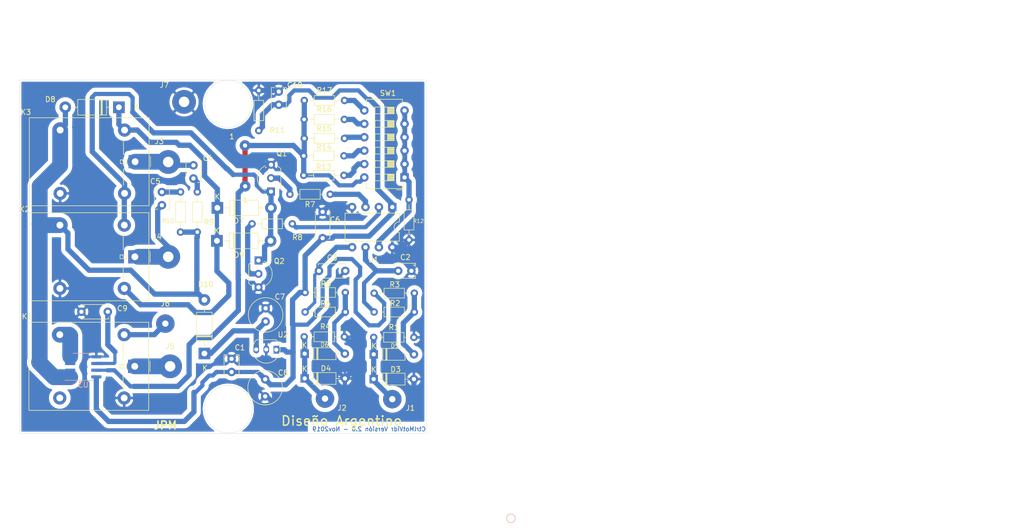
<source format=kicad_pcb>
(kicad_pcb (version 20171130) (host pcbnew 5.1.4-e60b266~84~ubuntu18.04.1)
  (title_block (title "DRIVER DE CONTROL DE MOTORES CON SENSOR DE CORRIENTE") (rev Ribelotta-Perren) (company "Ing Juan Pablo MENDITTO"))
  (layers (0 F.Cu signal) (31 B.Cu signal) (34 B.Paste user hide) (35 F.Paste user hide) (36 B.SilkS user hide) (37 F.SilkS user) (38 B.Mask user) (39 F.Mask user hide) (44 Edge.Cuts user))
  (net 0 "")
  (net 1 GND)
  (net 2 +5V)
  (net 3 "Net-(C2-Pad2)")
  (net 4 "Net-(C3-Pad1)")
  (net 5 "Net-(C4-Pad2)")
  (net 6 "Net-(C4-Pad1)")
  (net 7 "Net-(C5-Pad2)")
  (net 8 "Net-(C5-Pad1)")
  (net 9 +12V)
  (net 10 "Net-(C9-Pad1)")
  (net 11 "Net-(D3-Pad1)")
  (net 12 "Net-(D4-Pad1)")
  (net 13 "Net-(D5-Pad2)")
  (net 14 "Net-(D6-Pad2)")
  (net 15 "Net-(D7-Pad2)")
  (net 16 "Net-(J6-Pad1)")
  (net 17 "Net-(K1-Pad4)")
  (net 18 "Net-(Q1-Pad2)")
  (net 19 "Net-(Q2-Pad2)")
  (net 20 "/GP4(PIN2PIC)")
  (net 21 "/GP5(PIN3PIC)")
  (net 22 "/GPIO0(PIN7PIC)")
  (net 23 "Net-(R13-Pad1)")
  (net 24 "Net-(R13-Pad2)")
  (net 25 "Net-(R14-Pad2)")
  (net 26 "Net-(R15-Pad2)")
  (net 27 "Net-(R16-Pad2)")
  (net 28 "Net-(R17-Pad2)")
  (net 29 /Relay2y3_NA)
  (net 30 "Net-(D7-Pad1)")
  (net 31 "Net-(K1-Pad3)")
  (net 32 "Net-(C7-Pad1)")
  (module Relay_THT:Relay_SPDT_Omron-G5LE-1 (layer F.Cu) (at 85.75 72 270)
    (fp_text reference K2 (at -9 20.9 180) (layer F.SilkS))
    (fp_text value FRS10CS10-12V)
    (pad 5 thru_hole oval (at 6 2 270) (size 2.5 2.5) (drill 1.3) (layers *.Cu *.Mask) (net 30 "Net-(D7-Pad1)"))
    (pad 4 thru_hole oval (at 6 14.2 270) (size 2.5 2.5) (drill 1.3) (layers *.Cu *.Mask) (net 1 GND))
    (pad 3 thru_hole oval (at -6 14.2 270) (size 2.5 2.5) (drill 1.3) (layers *.Cu *.Mask) (net 29 /Relay2y3_NA))
    (pad 2 thru_hole oval (at -6 2 270) (size 2.5 2.5) (drill 1.3) (layers *.Cu *.Mask) (net 15 "Net-(D7-Pad2)"))
    (pad 1 thru_hole rect (at 0 0 270) (size 2.5 2.5) (drill 1.3) (layers *.Cu *.Mask) (net 8 "Net-(C5-Pad1)"))
  )
  (module Relay_THT:Relay_SPDT_Omron-G5LE-1 (layer F.Cu) (at 85.725 92.775 270)
    (fp_text reference K1 (at -9.45 20.4 180) (layer F.SilkS))
    (fp_text value "Switch de Encendido")
    (pad 5 thru_hole oval (at 6 2 270) (size 2.5 2.5) (drill 1.3) (layers *.Cu *.Mask) (net 1 GND))
    (pad 4 thru_hole oval (at 6 14.2 270) (size 2.5 2.5) (drill 1.3) (layers *.Cu *.Mask) (net 17 "Net-(K1-Pad4)"))
    (pad 3 thru_hole oval (at -6 14.2 270) (size 2.5 2.5) (drill 1.3) (layers *.Cu *.Mask) (net 31 "Net-(K1-Pad3)"))
    (pad 2 thru_hole oval (at -6 2 270) (size 2.5 2.5) (drill 1.3) (layers *.Cu *.Mask) (net 16 "Net-(J6-Pad1)"))
    (pad 1 thru_hole rect (at 0 0 270) (size 2.5 2.5) (drill 1.3) (layers *.Cu *.Mask) (net 9 +12V))
  )
  (module Relay_THT:Relay_SPDT_Omron-G5LE-1 (layer F.Cu) (at 85.8 53.975 270)
    (fp_text reference K3 (at -9.4 20.7 180) (layer F.SilkS))
    (fp_text value FRS10CS10-12V)
    (pad 5 thru_hole oval (at 6 2 270) (size 2.5 2.5) (drill 1.3) (layers *.Cu *.Mask) (net 15 "Net-(D7-Pad2)"))
    (pad 4 thru_hole oval (at 6 14.2 270) (size 2.5 2.5) (drill 1.3) (layers *.Cu *.Mask) (net 1 GND))
    (pad 3 thru_hole oval (at -6 14.2 270) (size 2.5 2.5) (drill 1.3) (layers *.Cu *.Mask) (net 29 /Relay2y3_NA))
    (pad 2 thru_hole oval (at -6 2 270) (size 2.5 2.5) (drill 1.3) (layers *.Cu *.Mask) (net 30 "Net-(D7-Pad1)"))
    (pad 1 thru_hole rect (at 0 0 270) (size 2.5 2.5) (drill 1.3) (layers *.Cu *.Mask) (net 5 "Net-(C4-Pad2)"))
  )
  (module Capacitor_THT:C_Disc_D5.0mm_W2.5mm_P5.00mm (layer F.Cu) (at 80.625 82.425 180)
    (fp_text reference C9 (at -2.75 0.625) (layer F.SilkS))
    (fp_text value 102)
    (pad 2 thru_hole circle (at 5 0 180) (size 1.6 1.6) (drill 0.8) (layers *.Cu *.Mask) (net 1 GND))
    (pad 1 thru_hole circle (at 0 0 180) (size 1.6 1.6) (drill 0.8) (layers *.Cu *.Mask) (net 10 "Net-(C9-Pad1)"))
  )
  (module Capacitor_THT:C_Disc_D5.0mm_W2.5mm_P5.00mm (layer F.Cu) (at 121.325 68.475 90)
    (fp_text reference C6 (at 3.5 2.35 180) (layer F.SilkS))
    (fp_text value 104)
    (pad 2 thru_hole circle (at 5 0 90) (size 1.6 1.6) (drill 0.8) (layers *.Cu *.Mask) (net 1 GND))
    (pad 1 thru_hole circle (at 0 0 90) (size 1.6 1.6) (drill 0.8) (layers *.Cu *.Mask) (net 2 +5V))
  )
  (module Capacitor_THT:C_Disc_D5.0mm_W2.5mm_P5.00mm (layer F.Cu) (at 120.625 74.675)
    (fp_text reference C3 (at 2.5 -2.5) (layer F.SilkS))
    (fp_text value 104)
    (pad 2 thru_hole circle (at 5 0) (size 1.6 1.6) (drill 0.8) (layers *.Cu *.Mask) (net 1 GND))
    (pad 1 thru_hole circle (at 0 0) (size 1.6 1.6) (drill 0.8) (layers *.Cu *.Mask) (net 4 "Net-(C3-Pad1)"))
  )
  (module Capacitor_THT:C_Radial_D6.3mm_H11.0mm_P2.50mm (layer F.Cu) (at 110.425 95.575 270)
    (fp_text reference C8 (at -1.575 -3.425 180) (layer F.SilkS))
    (fp_text value 100uF)
    (pad 1 thru_hole circle (at -0.3429 -0.0127 270) (size 1.6 1.6) (drill 0.8) (layers *.Cu *.Mask) (net 2 +5V))
    (pad 2 thru_hole circle (at 2.8956 -0.0127 270) (size 1.6 1.6) (drill 0.8) (layers *.Cu *.Mask) (net 1 GND))
  )
  (module Package_SO:SOIC-8_3.9x4.9mm_P1.27mm (layer B.Cu) (at 75.975 92.875)
    (fp_text reference U3 (at 0 3.4 180) (layer B.SilkS) (effects (justify mirror)))
    (fp_text value ACS714T-30A)
    (pad 1 smd roundrect (at -2.475 1.905) (size 1.95 0.6) (layers B.Cu B.Paste B.Mask) (net 29 /Relay2y3_NA))
    (pad 2 smd roundrect (at -2.475 0.635) (size 1.95 0.6) (layers B.Cu B.Paste B.Mask) (net 29 /Relay2y3_NA) (clearance 0.43))
    (pad 3 smd roundrect (at -2.475 -0.635) (size 1.95 0.6) (layers B.Cu B.Paste B.Mask) (net 31 "Net-(K1-Pad3)") (clearance 0.4))
    (pad 4 smd roundrect (at -2.475 -1.905) (size 1.95 0.6) (layers B.Cu B.Paste B.Mask) (net 31 "Net-(K1-Pad3)"))
    (pad 5 smd roundrect (at 2.475 -1.905) (size 1.95 0.6) (layers B.Cu B.Paste B.Mask) (net 1 GND) (clearance 0.2))
    (pad 6 smd roundrect (at 2.475 -0.635) (size 1.95 0.6) (layers B.Cu B.Paste B.Mask) (net 10 "Net-(C9-Pad1)") (clearance 0.3))
    (pad 7 smd roundrect (at 2.475 0.635) (size 1.95 0.6) (layers B.Cu B.Paste B.Mask) (net 23 "Net-(R13-Pad1)") (clearance 0.3))
    (pad 8 smd roundrect (at 2.475 1.905) (size 1.95 0.6) (layers B.Cu B.Paste B.Mask) (net 2 +5V) (clearance 0.3))
  )
  (module Package_TO_SOT_THT:TO-92_Inline (layer F.Cu) (at 111.925 89.575 180)
    (fp_text reference U2 (at -1.9 2.8 180) (layer F.SilkS))
    (fp_text value L78L05_TO92)
    (pad 2 thru_hole oval (at 1.27 0 180) (size 1.05 1.5) (drill 0.75) (layers *.Cu *.Mask) (net 1 GND) (clearance 0.25))
    (pad 3 thru_hole oval (at 3.175 0 180) (size 1.05 1.5) (drill 0.75) (layers *.Cu *.Mask) (net 32 "Net-(C7-Pad1)") (clearance 0.25))
    (pad 1 thru_hole rect (at -0.6223 -0.0508 180) (size 1.05 1.5) (drill 0.75) (layers *.Cu *.Mask) (net 2 +5V) (clearance 0.25))
  )
  (module Connector_Wire:SolderWirePad_1x01_Drill0.8mm (layer F.Cu) (at 106.625 50.9)
    (fp_text reference 1 (at -2.5 -1.7) (layer F.SilkS))
    (fp_text value SolderWirePad_1x01_Drill0.8mm)
    (pad 2 thru_hole circle (at 0 0) (size 1.99898 1.99898) (drill 0.8001) (layers *.Cu *.Mask) (net 23 "Net-(R13-Pad1)"))
  )
  (module Connector_Wire:SolderWirePad_1x01_Drill0.8mm (layer F.Cu) (at 106.65 58.625)
    (fp_text reference 1 (at 0.025 2.625) (layer F.SilkS))
    (fp_text value SolderWirePad_1x01_Drill0.8mm)
    (pad 1 thru_hole circle (at 0 0) (size 1.99898 1.99898) (drill 0.8001) (layers *.Cu *.Mask) (net 23 "Net-(R13-Pad1)"))
  )
  (module Diode_THT:D_DO-41_SOD81_P10.16mm_Horizontal (layer F.Cu) (at 101.375 62.725)
    (fp_text reference D7 (at 4.075 2.45) (layer F.SilkS))
    (fp_text value 1N4004)
    (fp_text user K (at 0 -2.1) (layer F.SilkS))
    (pad 1 thru_hole rect (at 0 0) (size 2.2 2.2) (drill 1.1) (layers *.Cu *.Mask) (net 30 "Net-(D7-Pad1)"))
    (pad 2 thru_hole oval (at 10.16 0) (size 2.2 2.2) (drill 1.1) (layers *.Cu *.Mask) (net 15 "Net-(D7-Pad2)"))
  )
  (module Capacitor_THT:C_Disc_D3.8mm_W2.6mm_P2.50mm (layer F.Cu) (at 104.075 93.85 90)
    (fp_text reference C1 (at 4.625 1.575 180) (layer F.SilkS))
    (fp_text value 104)
    (pad 2 thru_hole circle (at 2.5 0 90) (size 1.6 1.6) (drill 0.8) (layers *.Cu *.Mask) (net 1 GND))
    (pad 1 thru_hole circle (at 0 0 90) (size 1.6 1.6) (drill 0.8) (layers *.Cu *.Mask) (net 2 +5V))
  )
  (module Capacitor_THT:C_Disc_D3.8mm_W2.6mm_P2.50mm (layer F.Cu) (at 138.145 74.665 180)
    (fp_text reference C2 (at 1.145 2.565) (layer F.SilkS))
    (fp_text value 104)
    (pad 1 thru_hole circle (at 0 0 180) (size 1.6 1.6) (drill 0.8) (layers *.Cu *.Mask) (net 1 GND))
    (pad 2 thru_hole circle (at 2.5 0 180) (size 1.6 1.6) (drill 0.8) (layers *.Cu *.Mask) (net 3 "Net-(C2-Pad2)"))
  )
  (module Capacitor_THT:C_Disc_D3.8mm_W2.6mm_P2.50mm (layer F.Cu) (at 96.85 57.15 90)
    (fp_text reference C4 (at 3.85 2.775 180) (layer F.SilkS))
    (fp_text value 104)
    (pad 2 thru_hole circle (at 2.5 0 90) (size 1.6 1.6) (drill 0.8) (layers *.Cu *.Mask) (net 5 "Net-(C4-Pad2)"))
    (pad 1 thru_hole circle (at 0 0 90) (size 1.6 1.6) (drill 0.8) (layers *.Cu *.Mask) (net 6 "Net-(C4-Pad1)"))
  )
  (module Capacitor_THT:C_Disc_D3.8mm_W2.6mm_P2.50mm (layer F.Cu) (at 90.875 62.225 90)
    (fp_text reference C5 (at 4.525 -1.25 180) (layer F.SilkS))
    (fp_text value 104)
    (pad 2 thru_hole circle (at 2.5 0 90) (size 1.6 1.6) (drill 0.8) (layers *.Cu *.Mask) (net 7 "Net-(C5-Pad2)"))
    (pad 1 thru_hole circle (at 0 0 90) (size 1.6 1.6) (drill 0.8) (layers *.Cu *.Mask) (net 8 "Net-(C5-Pad1)"))
  )
  (module Capacitor_THT:C_Radial_D6.3mm_H11.0mm_P2.50mm (layer F.Cu) (at 110.525 84.275 90)
    (fp_text reference C7 (at 4.7 2.7 180) (layer F.SilkS))
    (fp_text value 220uF)
    (pad 2 thru_hole circle (at 2.5 0 90) (size 1.6 1.6) (drill 0.8) (layers *.Cu *.Mask) (net 1 GND))
    (pad 1 thru_hole circle (at 0 0 90) (size 1.6 1.6) (drill 0.8) (layers *.Cu *.Mask) (net 32 "Net-(C7-Pad1)"))
  )
  (module Capacitor_THT:C_Disc_D3.8mm_W2.6mm_P2.50mm (layer F.Cu) (at 113.025 43.175 90)
    (fp_text reference C10 (at 3.75 3.025 180) (layer F.SilkS))
    (fp_text value 102)
    (pad 1 thru_hole circle (at 0 0 90) (size 1.6 1.6) (drill 0.8) (layers *.Cu *.Mask) (net 2 +5V))
    (pad 2 thru_hole circle (at 2.5 0 90) (size 1.6 1.6) (drill 0.8) (layers *.Cu *.Mask) (net 1 GND))
  )
  (module Diode_THT:D_DO-35_SOD27_P7.62mm_Horizontal (layer F.Cu) (at 131 95.2)
    (fp_text reference D3 (at 4.15 -1.85) (layer F.SilkS))
    (fp_text value 1N4148)
    (fp_text user K (at 0 -1.8) (layer F.SilkS))
    (pad 1 thru_hole rect (at 0 0) (size 1.6 1.6) (drill 0.8) (layers *.Cu *.Mask) (net 11 "Net-(D3-Pad1)"))
    (pad 2 thru_hole oval (at 7.62 0) (size 1.6 1.6) (drill 0.8) (layers *.Cu *.Mask) (net 1 GND))
  )
  (module Diode_THT:D_DO-35_SOD27_P7.62mm_Horizontal (layer F.Cu) (at 117.925 95.075)
    (fp_text reference D4 (at 4.025 -1.9) (layer F.SilkS))
    (fp_text value 1N4148)
    (fp_text user K (at 0 -1.8) (layer F.SilkS))
    (pad 2 thru_hole oval (at 7.62 0) (size 1.6 1.6) (drill 0.8) (layers *.Cu *.Mask) (net 1 GND))
    (pad 1 thru_hole rect (at 0 0) (size 1.6 1.6) (drill 0.8) (layers *.Cu *.Mask) (net 12 "Net-(D4-Pad1)"))
  )
  (module Diode_THT:D_DO-35_SOD27_P7.62mm_Horizontal (layer F.Cu) (at 131 90.5)
    (fp_text reference D5 (at 4 -1.625) (layer F.SilkS) (effects (font (size 0.8 0.8) (thickness 0.11))))
    (fp_text value 1N4148)
    (fp_text user K (at 0.05 -1.575) (layer F.SilkS))
    (pad 1 thru_hole rect (at 0 0) (size 1.6 1.6) (drill 0.8) (layers *.Cu *.Mask) (net 11 "Net-(D3-Pad1)"))
    (pad 2 thru_hole oval (at 7.62 0) (size 1.6 1.6) (drill 0.8) (layers *.Cu *.Mask) (net 13 "Net-(D5-Pad2)"))
  )
  (module Diode_THT:D_DO-35_SOD27_P7.62mm_Horizontal (layer F.Cu) (at 117.925 90.375)
    (fp_text reference D6 (at 3.775 -1.7) (layer F.SilkS) (effects (font (size 0.8 0.8) (thickness 0.11))))
    (fp_text value 1N4148)
    (fp_text user K (at -0.05 -1.575) (layer F.SilkS))
    (pad 2 thru_hole oval (at 7.62 0) (size 1.6 1.6) (drill 0.8) (layers *.Cu *.Mask) (net 14 "Net-(D6-Pad2)"))
    (pad 1 thru_hole rect (at 0 0) (size 1.6 1.6) (drill 0.8) (layers *.Cu *.Mask) (net 12 "Net-(D4-Pad1)"))
  )
  (module Diode_THT:D_DO-41_SOD81_P10.16mm_Horizontal (layer F.Cu) (at 82.725 43.65 180)
    (fp_text reference D8 (at 13 1.5) (layer F.SilkS))
    (fp_text value 1N4004)
    (fp_text user K (at -3.3 0) (layer F.SilkS))
    (pad 2 thru_hole oval (at 10.16 0 180) (size 2.2 2.2) (drill 1.1) (layers *.Cu *.Mask) (net 29 /Relay2y3_NA))
    (pad 1 thru_hole rect (at 0 0 180) (size 2.2 2.2) (drill 1.1) (layers *.Cu *.Mask) (net 30 "Net-(D7-Pad1)"))
  )
  (module Diode_THT:D_DO-41_SOD81_P10.16mm_Horizontal (layer F.Cu) (at 101.3 68.975)
    (fp_text reference D9 (at 4.2 2.675) (layer F.SilkS))
    (fp_text value 1N4004)
    (fp_text user K (at 0.005 -1.91) (layer F.SilkS))
    (pad 1 thru_hole rect (at 0 0) (size 2.2 2.2) (drill 1.1) (layers *.Cu *.Mask) (net 30 "Net-(D7-Pad1)"))
    (pad 2 thru_hole oval (at 10.16 0) (size 2.2 2.2) (drill 1.1) (layers *.Cu *.Mask) (net 15 "Net-(D7-Pad2)"))
  )
  (module Diode_THT:D_DO-41_SOD81_P10.16mm_Horizontal (layer F.Cu) (at 98.925 90.335 90)
    (fp_text reference D10 (at 13.11 0.25 180) (layer F.SilkS))
    (fp_text value 1N4004)
    (fp_text user K (at -2.8 0.125 180) (layer F.SilkS))
    (pad 2 thru_hole oval (at 10.16 0 90) (size 2.2 2.2) (drill 1.1) (layers *.Cu *.Mask) (net 29 /Relay2y3_NA))
    (pad 1 thru_hole rect (at 0 0 90) (size 2.2 2.2) (drill 1.1) (layers *.Cu *.Mask) (net 32 "Net-(C7-Pad1)"))
  )
  (module Connector_Wire:SolderWirePad_1x01_Drill1.2mm (layer F.Cu) (at 134.525 99)
    (fp_text reference J1 (at 3.425 1.675) (layer F.SilkS))
    (fp_text value PULS1)
    (pad 1 thru_hole circle (at 0 0) (size 3.50012 3.50012) (drill 1.19888) (layers *.Cu *.Mask) (net 11 "Net-(D3-Pad1)"))
  )
  (module Connector_Wire:SolderWirePad_1x01_Drill1.2mm (layer F.Cu) (at 121.775 98.9)
    (fp_text reference J2 (at 3.225 1.775) (layer F.SilkS))
    (fp_text value PULS2)
    (pad 1 thru_hole circle (at 0 0) (size 3.50012 3.50012) (drill 1.19888) (layers *.Cu *.Mask) (net 12 "Net-(D4-Pad1)"))
  )
  (module Connector_Wire:SolderWirePad_1x01_Drill2mm (layer F.Cu) (at 92.075 54.025)
    (fp_text reference J3 (at -1.7 -3.925) (layer F.SilkS))
    (fp_text value MotorT2)
    (pad 1 thru_hole circle (at 0 0) (size 4.50088 4.50088) (drill 1.99898) (layers *.Cu *.Mask) (net 5 "Net-(C4-Pad2)"))
  )
  (module Connector_Wire:SolderWirePad_1x01_Drill2mm (layer F.Cu) (at 92.075 72)
    (fp_text reference J4 (at -2.1 -3.8) (layer F.SilkS))
    (fp_text value MotorT1)
    (pad 1 thru_hole circle (at 0 0) (size 4.50088 4.50088) (drill 1.99898) (layers *.Cu *.Mask) (net 8 "Net-(C5-Pad1)"))
  )
  (module Connector_Wire:SolderWirePad_1x01_Drill2mm (layer F.Cu) (at 92.425 92.775)
    (fp_text reference J5 (at 0 -3.81) (layer F.SilkS))
    (fp_text value VIn+12)
    (pad 1 thru_hole circle (at 0 0) (size 4.50088 4.50088) (drill 1.99898) (layers *.Cu *.Mask) (net 9 +12V))
  )
  (module Connector_Wire:SolderWirePad_1x01_Drill1.2mm (layer F.Cu) (at 91.525 84.675)
    (fp_text reference J6 (at 0 -3.81) (layer F.SilkS))
    (fp_text value "Contac12V ")
    (pad 1 thru_hole circle (at 0 0) (size 3.50012 3.50012) (drill 1.19888) (layers *.Cu *.Mask) (net 16 "Net-(J6-Pad1)"))
  )
  (module Connector_Wire:SolderWirePad_1x01_Drill2mm (layer F.Cu) (at 95.075 42.625)
    (fp_text reference J7 (at -3.75 -3.2) (layer F.SilkS))
    (fp_text value GND)
    (pad 1 thru_hole circle (at 0 0) (size 4.50088 4.50088) (drill 1.99898) (layers *.Cu *.Mask) (net 1 GND))
  )
  (module Package_TO_SOT_THT:TO-92_Inline_Wide (layer F.Cu) (at 111.55 59.625 90)
    (fp_text reference Q1 (at 7.2 2.025 180) (layer F.SilkS))
    (fp_text value BC337)
    (pad 1 thru_hole rect (at 0 0 180) (size 1.5 1.5) (drill 0.8) (layers *.Cu *.Mask) (net 15 "Net-(D7-Pad2)"))
    (pad 3 thru_hole circle (at 5.08 0 180) (size 1.5 1.5) (drill 0.8) (layers *.Cu *.Mask) (net 1 GND))
    (pad 2 thru_hole circle (at 2.54 0 180) (size 1.5 1.5) (drill 0.8) (layers *.Cu *.Mask) (net 18 "Net-(Q1-Pad2)"))
  )
  (module Package_TO_SOT_THT:TO-92_Inline_Wide (layer F.Cu) (at 109.175 72.7 270)
    (fp_text reference Q2 (at 0.125 -3.925 180) (layer F.SilkS))
    (fp_text value BC337)
    (pad 2 thru_hole circle (at 2.54 0) (size 1.5 1.5) (drill 0.8) (layers *.Cu *.Mask) (net 19 "Net-(Q2-Pad2)"))
    (pad 3 thru_hole circle (at 5.08 0) (size 1.5 1.5) (drill 0.8) (layers *.Cu *.Mask) (net 1 GND))
    (pad 1 thru_hole rect (at 0 0) (size 1.5 1.5) (drill 0.8) (layers *.Cu *.Mask) (net 15 "Net-(D7-Pad2)"))
  )
  (module Resistor_THT:R_Axial_DIN0204_L3.6mm_D1.6mm_P7.62mm_Horizontal (layer F.Cu) (at 131 87.275)
    (fp_text reference R1 (at 3.81 -1.92) (layer F.SilkS))
    (fp_text value 100K)
    (pad 1 thru_hole circle (at 0 0) (size 1.4 1.4) (drill 0.7) (layers *.Cu *.Mask) (net 11 "Net-(D3-Pad1)"))
    (pad 2 thru_hole oval (at 7.62 0) (size 1.4 1.4) (drill 0.7) (layers *.Cu *.Mask) (net 1 GND))
  )
  (module Resistor_THT:R_Axial_DIN0204_L3.6mm_D1.6mm_P7.62mm_Horizontal (layer F.Cu) (at 138.7 82.475 180)
    (fp_text reference R2 (at 3.65 1.675) (layer F.SilkS))
    (fp_text value 100K)
    (pad 2 thru_hole oval (at 7.62 0 180) (size 1.4 1.4) (drill 0.7) (layers *.Cu *.Mask) (net 3 "Net-(C2-Pad2)"))
    (pad 1 thru_hole circle (at 0 0 180) (size 1.4 1.4) (drill 0.7) (layers *.Cu *.Mask) (net 13 "Net-(D5-Pad2)"))
  )
  (module Resistor_THT:R_Axial_DIN0204_L3.6mm_D1.6mm_P7.62mm_Horizontal (layer F.Cu) (at 138.7 78.9 180)
    (fp_text reference R3 (at 3.725 1.625) (layer F.SilkS))
    (fp_text value 10K)
    (pad 1 thru_hole circle (at 0 0 180) (size 1.4 1.4) (drill 0.7) (layers *.Cu *.Mask) (net 13 "Net-(D5-Pad2)"))
    (pad 2 thru_hole oval (at 7.62 0 180) (size 1.4 1.4) (drill 0.7) (layers *.Cu *.Mask) (net 2 +5V))
  )
  (module Resistor_THT:R_Axial_DIN0204_L3.6mm_D1.6mm_P7.62mm_Horizontal (layer F.Cu) (at 117.825 87.175)
    (fp_text reference R4 (at 4 -1.925) (layer F.SilkS))
    (fp_text value 100K)
    (pad 1 thru_hole circle (at 0 0) (size 1.4 1.4) (drill 0.7) (layers *.Cu *.Mask) (net 12 "Net-(D4-Pad1)"))
    (pad 2 thru_hole oval (at 7.62 0) (size 1.4 1.4) (drill 0.7) (layers *.Cu *.Mask) (net 1 GND))
  )
  (module Resistor_THT:R_Axial_DIN0204_L3.6mm_D1.6mm_P7.62mm_Horizontal (layer F.Cu) (at 125.625 78.775 180)
    (fp_text reference R5 (at 3.675 1.65) (layer F.SilkS))
    (fp_text value 10K)
    (pad 2 thru_hole oval (at 7.62 0 180) (size 1.4 1.4) (drill 0.7) (layers *.Cu *.Mask) (net 2 +5V))
    (pad 1 thru_hole circle (at 0 0 180) (size 1.4 1.4) (drill 0.7) (layers *.Cu *.Mask) (net 14 "Net-(D6-Pad2)"))
  )
  (module Resistor_THT:R_Axial_DIN0204_L3.6mm_D1.6mm_P7.62mm_Horizontal (layer F.Cu) (at 125.625 82.475 180)
    (fp_text reference R6 (at 3.725 1.6) (layer F.SilkS))
    (fp_text value 100K)
    (pad 2 thru_hole oval (at 7.62 0 180) (size 1.4 1.4) (drill 0.7) (layers *.Cu *.Mask) (net 4 "Net-(C3-Pad1)"))
    (pad 1 thru_hole circle (at 0 0 180) (size 1.4 1.4) (drill 0.7) (layers *.Cu *.Mask) (net 14 "Net-(D6-Pad2)"))
  )
  (module Resistor_THT:R_Axial_DIN0204_L3.6mm_D1.6mm_P7.62mm_Horizontal (layer F.Cu) (at 122.75 60.15 180)
    (fp_text reference R7 (at 3.81 -1.92) (layer F.SilkS))
    (fp_text value 5.6k)
    (pad 2 thru_hole oval (at 7.62 0 180) (size 1.4 1.4) (drill 0.7) (layers *.Cu *.Mask) (net 18 "Net-(Q1-Pad2)"))
    (pad 1 thru_hole circle (at 0 0 180) (size 1.4 1.4) (drill 0.7) (layers *.Cu *.Mask) (net 20 "/GP4(PIN2PIC)"))
  )
  (module Resistor_THT:R_Axial_DIN0204_L3.6mm_D1.6mm_P7.62mm_Horizontal (layer F.Cu) (at 115.575 65.75 180)
    (fp_text reference R8 (at -0.975 -2.575) (layer F.SilkS))
    (fp_text value 5.6k)
    (pad 2 thru_hole oval (at 7.62 0 180) (size 1.4 1.4) (drill 0.7) (layers *.Cu *.Mask) (net 19 "Net-(Q2-Pad2)"))
    (pad 1 thru_hole circle (at 0 0 180) (size 1.4 1.4) (drill 0.7) (layers *.Cu *.Mask) (net 21 "/GP5(PIN3PIC)"))
  )
  (module Resistor_THT:R_Axial_DIN0204_L3.6mm_D1.6mm_P7.62mm_Horizontal (layer F.Cu) (at 97.575 59.7 270)
    (fp_text reference R9 (at 5.725 -2.225 180) (layer F.SilkS))
    (fp_text value 100)
    (pad 1 thru_hole circle (at 0 0 270) (size 1.4 1.4) (drill 0.7) (layers *.Cu *.Mask) (net 6 "Net-(C4-Pad1)"))
    (pad 2 thru_hole oval (at 7.62 0 270) (size 1.4 1.4) (drill 0.7) (layers *.Cu *.Mask) (net 29 /Relay2y3_NA))
  )
  (module Resistor_THT:R_Axial_DIN0204_L3.6mm_D1.6mm_P7.62mm_Horizontal (layer F.Cu) (at 94.4 59.7 270)
    (fp_text reference R10 (at 5.5 2.35 180) (layer F.SilkS) (effects (font (size 0.8 0.8) (thickness 0.11))))
    (fp_text value 100)
    (pad 1 thru_hole circle (at 0 0 270) (size 1.4 1.4) (drill 0.7) (layers *.Cu *.Mask) (net 7 "Net-(C5-Pad2)"))
    (pad 2 thru_hole oval (at 7.62 0 270) (size 1.4 1.4) (drill 0.7) (layers *.Cu *.Mask) (net 29 /Relay2y3_NA))
  )
  (module Resistor_THT:R_Axial_DIN0204_L3.6mm_D1.6mm_P7.62mm_Horizontal (layer F.Cu) (at 109.225 48.075 90)
    (fp_text reference R11 (at 0.075 3.525 180) (layer F.SilkS))
    (fp_text value 10K)
    (pad 1 thru_hole circle (at 0 0 90) (size 1.4 1.4) (drill 0.7) (layers *.Cu *.Mask) (net 2 +5V))
    (pad 2 thru_hole oval (at 7.62 0 90) (size 1.4 1.4) (drill 0.7) (layers *.Cu *.Mask) (net 1 GND))
  )
  (module Resistor_THT:R_Axial_DIN0204_L3.6mm_D1.6mm_P7.62mm_Horizontal (layer F.Cu) (at 137.695 61.185 270)
    (fp_text reference R12 (at 4.04 -1.78 180) (layer F.SilkS) (effects (font (size 0.7 0.7) (thickness 0.1))))
    (fp_text value 10k)
    (pad 2 thru_hole oval (at 7.62 0 270) (size 1.4 1.4) (drill 0.7) (layers *.Cu *.Mask) (net 1 GND))
    (pad 1 thru_hole circle (at 0 0 270) (size 1.4 1.4) (drill 0.7) (layers *.Cu *.Mask) (net 22 "/GPIO0(PIN7PIC)"))
  )
  (module Resistor_THT:R_Axial_DIN0204_L3.6mm_D1.6mm_P7.62mm_Horizontal (layer F.Cu) (at 117.745 56.555)
    (fp_text reference R13 (at 3.78 -1.605) (layer F.SilkS))
    (fp_text value 3.3k)
    (pad 1 thru_hole circle (at 0 0) (size 1.4 1.4) (drill 0.7) (layers *.Cu *.Mask) (net 23 "Net-(R13-Pad1)"))
    (pad 2 thru_hole oval (at 7.62 0) (size 1.4 1.4) (drill 0.7) (layers *.Cu *.Mask) (net 24 "Net-(R13-Pad2)"))
  )
  (module Resistor_THT:R_Axial_DIN0204_L3.6mm_D1.6mm_P7.62mm_Horizontal (layer F.Cu) (at 117.745 52.855)
    (fp_text reference R14 (at 3.855 -1.655) (layer F.SilkS))
    (fp_text value 3.9k)
    (pad 2 thru_hole oval (at 7.62 0) (size 1.4 1.4) (drill 0.7) (layers *.Cu *.Mask) (net 25 "Net-(R14-Pad2)"))
    (pad 1 thru_hole circle (at 0 0) (size 1.4 1.4) (drill 0.7) (layers *.Cu *.Mask) (net 23 "Net-(R13-Pad1)"))
  )
  (module Resistor_THT:R_Axial_DIN0204_L3.6mm_D1.6mm_P7.62mm_Horizontal (layer F.Cu) (at 117.845 49.555)
    (fp_text reference R15 (at 3.755 -1.855) (layer F.SilkS))
    (fp_text value 4.7k)
    (pad 1 thru_hole circle (at 0 0) (size 1.4 1.4) (drill 0.7) (layers *.Cu *.Mask) (net 23 "Net-(R13-Pad1)"))
    (pad 2 thru_hole oval (at 7.62 0) (size 1.4 1.4) (drill 0.7) (layers *.Cu *.Mask) (net 26 "Net-(R15-Pad2)"))
  )
  (module Resistor_THT:R_Axial_DIN0204_L3.6mm_D1.6mm_P7.62mm_Horizontal (layer F.Cu) (at 117.815 45.955)
    (fp_text reference R16 (at 3.81 -1.92) (layer F.SilkS))
    (fp_text value 5.6k)
    (pad 2 thru_hole oval (at 7.62 0) (size 1.4 1.4) (drill 0.7) (layers *.Cu *.Mask) (net 27 "Net-(R16-Pad2)"))
    (pad 1 thru_hole circle (at 0 0) (size 1.4 1.4) (drill 0.7) (layers *.Cu *.Mask) (net 23 "Net-(R13-Pad1)"))
  )
  (module Resistor_THT:R_Axial_DIN0204_L3.6mm_D1.6mm_P7.62mm_Horizontal (layer F.Cu) (at 117.855 42.355)
    (fp_text reference R17 (at 3.81 -1.92) (layer F.SilkS))
    (fp_text value 9.2k)
    (pad 1 thru_hole circle (at 0 0) (size 1.4 1.4) (drill 0.7) (layers *.Cu *.Mask) (net 23 "Net-(R13-Pad1)"))
    (pad 2 thru_hole oval (at 7.62 0) (size 1.4 1.4) (drill 0.7) (layers *.Cu *.Mask) (net 28 "Net-(R17-Pad2)"))
  )
  (module Button_Switch_THT:SW_DIP_SPSTx06_Slide_6.7x16.8mm_W7.62mm_P2.54mm_LowProfile (layer F.Cu) (at 136.845 56.955 180)
    (fp_text reference SW1 (at 3.145 15.98) (layer F.SilkS))
    (fp_text value SW_DIP_x06)
    (pad 1 thru_hole rect (at 0 0 180) (size 1.6 1.6) (drill 0.8) (layers *.Cu *.Mask) (net 22 "/GPIO0(PIN7PIC)"))
    (pad 7 thru_hole oval (at 7.62 12.7 180) (size 1.6 1.6) (drill 0.8) (layers *.Cu *.Mask) (net 28 "Net-(R17-Pad2)"))
    (pad 2 thru_hole oval (at 0 2.54 180) (size 1.6 1.6) (drill 0.8) (layers *.Cu *.Mask) (net 22 "/GPIO0(PIN7PIC)"))
    (pad 8 thru_hole oval (at 7.62 10.16 180) (size 1.6 1.6) (drill 0.8) (layers *.Cu *.Mask) (net 27 "Net-(R16-Pad2)"))
    (pad 3 thru_hole oval (at 0 5.08 180) (size 1.6 1.6) (drill 0.8) (layers *.Cu *.Mask) (net 22 "/GPIO0(PIN7PIC)"))
    (pad 9 thru_hole oval (at 7.62 7.62 180) (size 1.6 1.6) (drill 0.8) (layers *.Cu *.Mask) (net 26 "Net-(R15-Pad2)"))
    (pad 4 thru_hole oval (at 0 7.62 180) (size 1.6 1.6) (drill 0.8) (layers *.Cu *.Mask) (net 22 "/GPIO0(PIN7PIC)"))
    (pad 10 thru_hole oval (at 7.62 5.08 180) (size 1.6 1.6) (drill 0.8) (layers *.Cu *.Mask) (net 25 "Net-(R14-Pad2)"))
    (pad 5 thru_hole oval (at 0 10.16 180) (size 1.6 1.6) (drill 0.8) (layers *.Cu *.Mask) (net 22 "/GPIO0(PIN7PIC)"))
    (pad 11 thru_hole oval (at 7.62 2.54 180) (size 1.6 1.6) (drill 0.8) (layers *.Cu *.Mask) (net 24 "Net-(R13-Pad2)"))
    (pad 6 thru_hole oval (at 0 12.7 180) (size 1.6 1.6) (drill 0.8) (layers *.Cu *.Mask) (net 22 "/GPIO0(PIN7PIC)"))
    (pad 12 thru_hole oval (at 7.62 0 180) (size 1.6 1.6) (drill 0.8) (layers *.Cu *.Mask) (net 23 "Net-(R13-Pad1)"))
  )
  (module Package_DIP:DIP-8_W7.62mm (layer F.Cu) (at 134.525 62.575 270)
    (fp_text reference U1 (at 9.975 3.575 180) (layer F.SilkS))
    (fp_text value PIC12F675-IP)
    (pad 1 thru_hole rect (at 0 0 270) (size 1.6 1.6) (drill 0.8) (layers *.Cu *.Mask) (net 2 +5V))
    (pad 5 thru_hole oval (at 7.62 7.62 270) (size 1.6 1.6) (drill 0.8) (layers *.Cu *.Mask) (net 4 "Net-(C3-Pad1)"))
    (pad 2 thru_hole oval (at 0 2.54 270) (size 1.6 1.6) (drill 0.8) (layers *.Cu *.Mask) (net 21 "/GP5(PIN3PIC)"))
    (pad 6 thru_hole oval (at 7.62 5.08 270) (size 1.6 1.6) (drill 0.8) (layers *.Cu *.Mask) (net 3 "Net-(C2-Pad2)"))
    (pad 3 thru_hole oval (at 0 5.08 270) (size 1.6 1.6) (drill 0.8) (layers *.Cu *.Mask) (net 20 "/GP4(PIN2PIC)"))
    (pad 7 thru_hole oval (at 7.62 2.54 270) (size 1.6 1.6) (drill 0.8) (layers *.Cu *.Mask) (net 22 "/GPIO0(PIN7PIC)"))
    (pad 4 thru_hole oval (at 0 7.62 270) (size 1.6 1.6) (drill 0.8) (layers *.Cu *.Mask) (net 1 GND))
    (pad 8 thru_hole oval (at 7.62 0 270) (size 1.6 1.6) (drill 0.8) (layers *.Cu *.Mask) (net 1 GND))
  )
  (gr_text "CtrlMotVidr Versión 2.0 - Nov2019" (at 130.125 104.675) (layer B.Cu) (effects (font (size 0.8 0.8)) (justify mirror)))
  (gr_text JPM (at 91.525 103.975) (layer F.SilkS) (effects (font (size 1.5 1.5) (thickness 0.3))))
  (gr_text "Diseño Argentino\n" (at 124.925 103.125) (layer F.SilkS) (effects (font (size 1.8 1.8) (thickness 0.25))))
  (gr_circle (center 157 121.6) (end 157.2 120.8) (layer B.SilkS) (width 0.12))
  (gr_circle (center 103.397135 42.975) (end 105.397135 46.975) (layer Edge.Cuts) (width 0.05))
  (gr_circle (center 103.452692 100.897308) (end 98.952692 100.397308) (layer Edge.Cuts) (width 0.05))
  (gr_line (start 63.925 38.475) (end 63.925 105.475) (layer Edge.Cuts) (width 0.05))
  (gr_line (start 140.925 38.475) (end 63.925 38.475) (layer Edge.Cuts) (width 0.05))
  (gr_line (start 140.925 105.475) (end 140.925 38.475) (layer Edge.Cuts) (width 0.05))
  (gr_line (start 63.925 105.475) (end 140.925 105.475) (layer Edge.Cuts) (width 0.05))
  (segment (start 138.62 101.905) (end 138.62 95.2) (width 1) (layer B.Cu) (net 1))
  (segment (start 136.305 70.195) (end 137.695 68.805) (width 1) (layer B.Cu) (net 1))
  (segment (start 134.525 70.195) (end 136.305 70.195) (width 1) (layer B.Cu) (net 1))
  (segment (start 138.145 73.815) (end 138.145 74.665) (width 1) (layer B.Cu) (net 1))
  (segment (start 134.525 70.195) (end 138.145 73.815) (width 1) (layer B.Cu) (net 1))
  (segment (start 126.144999 87.874999) (end 125.445 87.175) (width 1) (layer B.Cu) (net 1))
  (segment (start 127.645001 92.974999) (end 127.645001 89.375001) (width 1) (layer B.Cu) (net 1))
  (segment (start 127.645001 89.375001) (end 126.144999 87.874999) (width 1) (layer B.Cu) (net 1))
  (segment (start 125.545 95.075) (end 127.645001 92.974999) (width 1) (layer B.Cu) (net 1))
  (segment (start 125.545 95.075) (end 121.74499 91.27499) (width 0.8) (layer B.Cu) (net 1))
  (segment (start 123.824999 76.504201) (end 124.841501 75.487699) (width 0.6) (layer B.Cu) (net 1))
  (segment (start 124.841501 75.487699) (end 125.6415 74.6877) (width 0.6) (layer B.Cu) (net 1))
  (segment (start 123.824999 81.175001) (end 123.824999 76.504201) (width 0.6) (layer B.Cu) (net 1))
  (segment (start 121.74499 83.25501) (end 123.824999 81.175001) (width 0.6) (layer B.Cu) (net 1))
  (segment (start 121.825 91.15) (end 121.825 83.13002) (width 0.6) (layer B.Cu) (net 1))
  (segment (start 112.805 40.455) (end 113.025 40.675) (width 1) (layer B.Cu) (net 1))
  (segment (start 109.225 40.455) (end 112.805 40.455) (width 1) (layer B.Cu) (net 1))
  (segment (start 115.05237 102.70237) (end 124.29763 102.70237) (width 0.8) (layer B.Cu) (net 1))
  (segment (start 110.425 98.075) (end 115.05237 102.70237) (width 0.8) (layer B.Cu) (net 1))
  (segment (start 125.545 101.455) (end 125.545 95.075) (width 0.8) (layer B.Cu) (net 1))
  (segment (start 124.29763 102.70237) (end 125.545 101.455) (width 0.8) (layer B.Cu) (net 1))
  (segment (start 122.225 62.575) (end 121.325 63.475) (width 1) (layer B.Cu) (net 1))
  (segment (start 126.905 62.575) (end 122.225 62.575) (width 1) (layer B.Cu) (net 1))
  (segment (start 111.145 54.495) (end 109.125 54.495) (width 1) (layer B.Cu) (net 1))
  (segment (start 134.525 62.006998) (end 131.763002 59.245) (width 1) (layer B.Cu) (net 2))
  (segment (start 134.525 62.575) (end 134.525 62.006998) (width 1) (layer B.Cu) (net 2))
  (segment (start 131.763002 43.685) (end 130.233001 42.154999) (width 1) (layer B.Cu) (net 2))
  (segment (start 131.763002 59.245) (end 131.763002 43.685) (width 1) (layer B.Cu) (net 2))
  (segment (start 130.233001 42.154999) (end 129.815001 42.154999) (width 0.8) (layer B.Cu) (net 2))
  (segment (start 118.005 71.795) (end 121.325 68.475) (width 1) (layer B.Cu) (net 2))
  (segment (start 118.005 78.775) (end 118.005 71.795) (width 1) (layer B.Cu) (net 2))
  (segment (start 123.528033 68.094999) (end 130.141969 68.094999) (width 1) (layer B.Cu) (net 2))
  (segment (start 123.148032 68.475) (end 123.528033 68.094999) (width 1) (layer B.Cu) (net 2))
  (segment (start 121.325 68.475) (end 123.148032 68.475) (width 1) (layer B.Cu) (net 2))
  (segment (start 134.525 63.711968) (end 134.525 62.575) (width 1) (layer B.Cu) (net 2))
  (segment (start 130.141969 68.094999) (end 134.525 63.711968) (width 1) (layer B.Cu) (net 2))
  (segment (start 114.15637 43.175) (end 113.025 43.175) (width 1) (layer B.Cu) (net 2))
  (segment (start 114.370998 43.175) (end 114.15637 43.175) (width 1) (layer B.Cu) (net 2))
  (segment (start 109.924999 47.375001) (end 109.924999 45.075001) (width 1) (layer B.Cu) (net 2))
  (segment (start 109.225 48.075) (end 109.924999 47.375001) (width 1) (layer B.Cu) (net 2))
  (segment (start 109.924999 45.075001) (end 111.825 43.175) (width 1) (layer B.Cu) (net 2))
  (segment (start 111.825 43.175) (end 113.025 43.175) (width 1) (layer B.Cu) (net 2))
  (segment (start 117.015051 78.775) (end 115.625 80.165051) (width 1) (layer B.Cu) (net 2))
  (segment (start 118.005 78.775) (end 117.015051 78.775) (width 1) (layer B.Cu) (net 2))
  (segment (start 115.625 80.165051) (end 115.625 84.875) (width 1) (layer B.Cu) (net 2))
  (segment (start 115.625 84.875) (end 115.725 84.975) (width 1) (layer B.Cu) (net 2))
  (segment (start 115.725 94.874999) (end 114.324999 96.275) (width 1) (layer B.Cu) (net 2))
  (segment (start 115.725 84.975) (end 115.725 90.075) (width 1) (layer B.Cu) (net 2))
  (segment (start 115.725 90.075) (end 115.725 94.874999) (width 1) (layer B.Cu) (net 2))
  (segment (start 114.5215 90.075) (end 115.725 90.075) (width 1) (layer B.Cu) (net 2))
  (segment (start 114.0723 89.6258) (end 114.5215 90.075) (width 1) (layer B.Cu) (net 2))
  (segment (start 112.5473 89.6258) (end 114.0723 89.6258) (width 1) (layer B.Cu) (net 2))
  (segment (start 115.025001 41.374999) (end 115.025001 42.520997) (width 0.8) (layer B.Cu) (net 2))
  (segment (start 115.025001 42.520997) (end 114.370998 43.175) (width 0.8) (layer B.Cu) (net 2))
  (segment (start 132.980001 83.931999) (end 132.980001 80.800001) (width 0.8) (layer B.Cu) (net 2))
  (segment (start 121.32501 81.276324) (end 121.325011 76.874989) (width 0.8) (layer B.Cu) (net 2))
  (segment (start 128.425 75.492245) (end 127.579989 76.337256) (width 0.8) (layer B.Cu) (net 2))
  (segment (start 119.905001 82.696333) (end 121.32501 81.276324) (width 0.8) (layer B.Cu) (net 2))
  (segment (start 119.905001 83.387001) (end 119.905001 82.696333) (width 0.8) (layer B.Cu) (net 2))
  (segment (start 118.417002 84.875) (end 119.905001 83.387001) (width 0.8) (layer B.Cu) (net 2))
  (segment (start 115.625 84.875) (end 118.417002 84.875) (width 0.8) (layer B.Cu) (net 2))
  (segment (start 132.980001 80.800001) (end 131.08 78.9) (width 0.8) (layer B.Cu) (net 2))
  (segment (start 122.625001 75.574999) (end 122.625001 73.974999) (width 0.8) (layer B.Cu) (net 2))
  (segment (start 127.579989 82.467235) (end 130.112753 84.999999) (width 0.8) (layer B.Cu) (net 2))
  (segment (start 122.625001 73.974999) (end 124.175 72.425) (width 0.8) (layer B.Cu) (net 2))
  (segment (start 121.325011 76.874989) (end 122.625001 75.574999) (width 0.8) (layer B.Cu) (net 2))
  (segment (start 124.175 72.425) (end 126.870823 72.425) (width 0.8) (layer B.Cu) (net 2))
  (segment (start 126.870823 72.425) (end 128.425 73.979177) (width 0.8) (layer B.Cu) (net 2))
  (segment (start 127.579989 76.337256) (end 127.579989 82.467235) (width 0.8) (layer B.Cu) (net 2))
  (segment (start 130.112753 84.999999) (end 131.912001 84.999999) (width 0.8) (layer B.Cu) (net 2))
  (segment (start 128.425 73.979177) (end 128.425 75.492245) (width 0.8) (layer B.Cu) (net 2))
  (segment (start 131.912001 84.999999) (end 132.980001 83.931999) (width 0.8) (layer B.Cu) (net 2))
  (segment (start 124.562999 40.454999) (end 123.2 41.817998) (width 0.8) (layer B.Cu) (net 2))
  (segment (start 129.815001 42.154999) (end 128.115001 40.454999) (width 0.8) (layer B.Cu) (net 2))
  (segment (start 128.115001 40.454999) (end 124.562999 40.454999) (width 0.8) (layer B.Cu) (net 2))
  (segment (start 123.2 41.817998) (end 119.957002 41.817998) (width 0.8) (layer B.Cu) (net 2))
  (segment (start 115.945001 40.454999) (end 115.025001 41.374999) (width 0.8) (layer B.Cu) (net 2))
  (segment (start 118.767001 40.454999) (end 115.945001 40.454999) (width 0.8) (layer B.Cu) (net 2))
  (segment (start 119.755001 41.442999) (end 118.767001 40.454999) (width 0.8) (layer B.Cu) (net 2))
  (segment (start 119.755001 41.615997) (end 119.755001 41.442999) (width 0.8) (layer B.Cu) (net 2))
  (segment (start 119.957002 41.817998) (end 119.755001 41.615997) (width 0.8) (layer B.Cu) (net 2))
  (segment (start 110.4377 95.2321) (end 109.637701 94.432101) (width 1) (layer B.Cu) (net 2))
  (segment (start 80.775 103.225) (end 95.125 103.225) (width 1) (layer B.Cu) (net 2))
  (segment (start 78.45 95.11001) (end 78.45 100.9) (width 1) (layer B.Cu) (net 2))
  (segment (start 95.125 103.225) (end 96.95 101.4) (width 1) (layer B.Cu) (net 2))
  (segment (start 78.45 100.9) (end 80.775 103.225) (width 1) (layer B.Cu) (net 2))
  (segment (start 109.0556 93.85) (end 104.075 93.85) (width 0.8) (layer B.Cu) (net 2))
  (segment (start 109.637701 94.432101) (end 109.0556 93.85) (width 0.8) (layer B.Cu) (net 2))
  (segment (start 111.4806 96.275) (end 110.4377 95.2321) (width 1) (layer B.Cu) (net 2))
  (segment (start 114.324999 96.275) (end 111.4806 96.275) (width 1) (layer B.Cu) (net 2))
  (segment (start 101.2 93.85) (end 100.525 94.525) (width 0.8) (layer B.Cu) (net 2))
  (segment (start 104.075 93.85) (end 101.2 93.85) (width 0.8) (layer B.Cu) (net 2))
  (segment (start 100.525 94.525) (end 99.825 94.525) (width 0.8) (layer B.Cu) (net 2))
  (segment (start 99.825 94.525) (end 98.55 95.8) (width 0.8) (layer B.Cu) (net 2))
  (segment (start 98.55 95.8) (end 98.55 96.4) (width 0.8) (layer B.Cu) (net 2))
  (segment (start 97.25 97.7) (end 98.55 96.4) (width 0.8) (layer B.Cu) (net 2))
  (segment (start 96.95 97.7) (end 97.25 97.7) (width 0.8) (layer B.Cu) (net 2))
  (segment (start 96.95 101.4) (end 96.95 97.7) (width 1) (layer B.Cu) (net 2))
  (segment (start 129.445 72.595) (end 129.445 70.195) (width 1) (layer B.Cu) (net 3))
  (segment (start 131.515 74.665) (end 129.445 72.595) (width 1) (layer B.Cu) (net 3))
  (segment (start 135.645 74.665) (end 131.515 74.665) (width 1) (layer B.Cu) (net 3))
  (segment (start 129.179999 77.000001) (end 131.515 74.665) (width 0.8) (layer B.Cu) (net 3))
  (segment (start 129.179999 80.574999) (end 129.179999 77.000001) (width 0.8) (layer B.Cu) (net 3))
  (segment (start 131.08 82.475) (end 129.179999 80.574999) (width 0.8) (layer B.Cu) (net 3))
  (segment (start 120.625 73.54363) (end 120.625 74.675) (width 1) (layer B.Cu) (net 4))
  (segment (start 123.97363 70.195) (end 120.625 73.54363) (width 1) (layer B.Cu) (net 4))
  (segment (start 126.905 70.195) (end 123.97363 70.195) (width 1) (layer B.Cu) (net 4))
  (segment (start 119.825001 75.474999) (end 119.825001 80.654999) (width 0.6) (layer B.Cu) (net 4))
  (segment (start 118.704999 81.775001) (end 118.005 82.475) (width 0.6) (layer B.Cu) (net 4))
  (segment (start 119.825001 80.654999) (end 118.704999 81.775001) (width 0.6) (layer B.Cu) (net 4))
  (segment (start 120.625 74.675) (end 119.825001 75.474999) (width 0.6) (layer B.Cu) (net 4))
  (segment (start 92.025 53.975) (end 92.075 54.025) (width 3) (layer B.Cu) (net 5))
  (segment (start 85.8 53.975) (end 92.025 53.975) (width 3) (layer B.Cu) (net 5))
  (segment (start 92.95 53.15) (end 92.075 54.025) (width 1) (layer B.Cu) (net 5))
  (segment (start 92.7 54.65) (end 92.075 54.025) (width 1) (layer B.Cu) (net 5))
  (segment (start 96.85 54.65) (end 92.7 54.65) (width 1) (layer B.Cu) (net 5))
  (segment (start 97.575 57.875) (end 96.85 57.15) (width 1) (layer B.Cu) (net 6))
  (segment (start 97.575 59.7) (end 97.575 57.875) (width 1) (layer B.Cu) (net 6))
  (segment (start 94.375 59.725) (end 94.4 59.7) (width 1) (layer B.Cu) (net 7))
  (segment (start 90.875 59.725) (end 94.375 59.725) (width 1) (layer B.Cu) (net 7))
  (segment (start 92.075 72) (end 86.383814 72) (width 3) (layer B.Cu) (net 8))
  (segment (start 92.075 70.1) (end 92.075 72) (width 1) (layer B.Cu) (net 8))
  (segment (start 90.075001 68.100001) (end 92.075 70.1) (width 1) (layer B.Cu) (net 8))
  (segment (start 90.875 62.225) (end 90.075001 63.024999) (width 1) (layer B.Cu) (net 8))
  (segment (start 90.075001 63.024999) (end 90.075001 68.100001) (width 1) (layer B.Cu) (net 8))
  (segment (start 85.725 92.775) (end 92.425 92.775) (width 3) (layer B.Cu) (net 9))
  (segment (start 79.525 92.24) (end 78.45 92.24) (width 0.6) (layer B.Cu) (net 10))
  (segment (start 79.54001 92.22499) (end 79.525 92.24) (width 0.6) (layer B.Cu) (net 10))
  (segment (start 81.82501 92.22499) (end 79.54001 92.22499) (width 0.6) (layer B.Cu) (net 10))
  (segment (start 81.975 92.075) (end 81.82501 92.22499) (width 0.6) (layer B.Cu) (net 10))
  (segment (start 81.975 90.025) (end 81.975 92.075) (width 0.6) (layer B.Cu) (net 10))
  (segment (start 80.625 88.675) (end 80.625 82.425) (width 1) (layer B.Cu) (net 10))
  (segment (start 81.975 90.025) (end 80.625 88.675) (width 1) (layer B.Cu) (net 10))
  (segment (start 131 95.2) (end 131 90.5) (width 1) (layer B.Cu) (net 11))
  (segment (start 131 95.2) (end 131.175 95.2) (width 1) (layer B.Cu) (net 11))
  (segment (start 131 95.475) (end 134.525 99) (width 1) (layer B.Cu) (net 11))
  (segment (start 131 95.2) (end 131 95.475) (width 1) (layer B.Cu) (net 11))
  (segment (start 131 90.5) (end 131 87.275) (width 1) (layer B.Cu) (net 11))
  (segment (start 117.925 95.075) (end 117.925 90.375) (width 1) (layer B.Cu) (net 12))
  (segment (start 117.95 95.075) (end 121.775 98.9) (width 1) (layer B.Cu) (net 12))
  (segment (start 117.925 95.075) (end 117.95 95.075) (width 1) (layer B.Cu) (net 12))
  (segment (start 117.925 87.275) (end 117.825 87.175) (width 1) (layer B.Cu) (net 12))
  (segment (start 117.925 90.375) (end 117.925 87.275) (width 1) (layer B.Cu) (net 12))
  (segment (start 138.7 82.475) (end 138.7 78.9) (width 1) (layer B.Cu) (net 13))
  (segment (start 138.000001 83.174999) (end 138.7 82.475) (width 1) (layer B.Cu) (net 13))
  (segment (start 136.619999 84.555001) (end 138.000001 83.174999) (width 1) (layer B.Cu) (net 13))
  (segment (start 136.619999 88.499999) (end 136.619999 84.555001) (width 1) (layer B.Cu) (net 13))
  (segment (start 138.62 90.5) (end 136.619999 88.499999) (width 1) (layer B.Cu) (net 13))
  (segment (start 125.625 82.775) (end 125.625 78.775) (width 1) (layer B.Cu) (net 14))
  (segment (start 123.544999 84.555001) (end 124.925001 83.174999) (width 0.8) (layer B.Cu) (net 14))
  (segment (start 123.544999 88.374999) (end 123.544999 84.555001) (width 0.8) (layer B.Cu) (net 14))
  (segment (start 124.925001 83.174999) (end 125.625 82.475) (width 0.8) (layer B.Cu) (net 14))
  (segment (start 125.545 90.375) (end 123.544999 88.374999) (width 0.8) (layer B.Cu) (net 14))
  (segment (start 111.485 63.475) (end 111.585 63.375) (width 1) (layer B.Cu) (net 15))
  (segment (start 111.485 67.675) (end 111.485 63.475) (width 1) (layer B.Cu) (net 15))
  (segment (start 110.325 70.11) (end 111.46 68.975) (width 1) (layer B.Cu) (net 15))
  (segment (start 110.325 72.675) (end 110.325 70.11) (width 1) (layer B.Cu) (net 15))
  (segment (start 83.75 60.025) (end 83.8 59.975) (width 1) (layer B.Cu) (net 15))
  (segment (start 83.75 66) (end 83.75 60.025) (width 1) (layer B.Cu) (net 15))
  (segment (start 110.3 72.7) (end 110.325 72.675) (width 0.8) (layer B.Cu) (net 15))
  (segment (start 109.175 72.7) (end 110.3 72.7) (width 0.8) (layer B.Cu) (net 15))
  (segment (start 111.46 67.7) (end 111.485 67.675) (width 1) (layer B.Cu) (net 15))
  (segment (start 111.46 68.975) (end 111.46 67.7) (width 1) (layer B.Cu) (net 15))
  (segment (start 111.55 62.71) (end 111.535 62.725) (width 1) (layer B.Cu) (net 15))
  (segment (start 111.55 59.625) (end 111.55 62.71) (width 1) (layer B.Cu) (net 15))
  (segment (start 111.55 59.625) (end 111.053248 59.625) (width 1) (layer B.Cu) (net 15))
  (segment (start 108.849491 58.474491) (end 108.849491 56.974491) (width 0.8) (layer B.Cu) (net 15))
  (segment (start 111.55 59.625) (end 110 59.625) (width 0.8) (layer B.Cu) (net 15))
  (segment (start 110 59.625) (end 108.849491 58.474491) (width 0.8) (layer B.Cu) (net 15))
  (segment (start 108.300509 56.425509) (end 104.375509 56.425509) (width 0.8) (layer B.Cu) (net 15))
  (segment (start 108.849491 56.974491) (end 108.300509 56.425509) (width 0.8) (layer B.Cu) (net 15))
  (segment (start 83.8 58.207234) (end 77.675 52.082234) (width 1) (layer B.Cu) (net 15))
  (segment (start 77.675 52.082234) (end 77.675 41.925) (width 1) (layer B.Cu) (net 15))
  (segment (start 83.8 59.975) (end 83.8 58.207234) (width 1) (layer B.Cu) (net 15))
  (segment (start 77.675 41.925) (end 77.675 41.7) (width 0.8) (layer B.Cu) (net 15))
  (segment (start 77.675 41.7) (end 78.25 41.125) (width 0.8) (layer B.Cu) (net 15))
  (segment (start 78.25 41.125) (end 84.625 41.125) (width 0.8) (layer B.Cu) (net 15))
  (segment (start 84.625 41.125) (end 85.325 41.825) (width 0.8) (layer B.Cu) (net 15))
  (segment (start 104.375509 56.425509) (end 103.22501 55.27501) (width 1) (layer B.Cu) (net 15))
  (segment (start 86.970588 46.17499) (end 86.92499 46.17499) (width 1) (layer B.Cu) (net 15))
  (segment (start 86.92499 46.17499) (end 85.325 44.575) (width 1) (layer B.Cu) (net 15))
  (segment (start 88.020587 47.224989) (end 86.970588 46.17499) (width 1) (layer B.Cu) (net 15))
  (segment (start 85.325 44.575) (end 85.325 41.825) (width 0.8) (layer B.Cu) (net 15))
  (segment (start 96.35359 48.49999) (end 89.295588 48.49999) (width 1) (layer B.Cu) (net 15))
  (segment (start 103.22501 55.27501) (end 103.12861 55.27501) (width 1) (layer B.Cu) (net 15))
  (segment (start 103.12861 55.27501) (end 96.35359 48.49999) (width 1) (layer B.Cu) (net 15))
  (segment (start 89.295588 48.49999) (end 88.372799 47.577201) (width 1) (layer B.Cu) (net 15))
  (segment (start 89.425 86.775) (end 91.525 84.675) (width 1) (layer B.Cu) (net 16))
  (segment (start 83.725 86.775) (end 89.425 86.775) (width 1) (layer B.Cu) (net 16))
  (segment (start 112.61066 57.085) (end 111.55 57.085) (width 1) (layer B.Cu) (net 18))
  (segment (start 113.054949 57.085) (end 112.61066 57.085) (width 1) (layer B.Cu) (net 18))
  (segment (start 115.13 59.160051) (end 113.054949 57.085) (width 1) (layer B.Cu) (net 18))
  (segment (start 115.13 60.15) (end 115.13 59.160051) (width 1) (layer B.Cu) (net 18))
  (segment (start 108.11434 75.24) (end 109.175 75.24) (width 1) (layer B.Cu) (net 19))
  (segment (start 107.701 75.24) (end 108.11434 75.24) (width 1) (layer B.Cu) (net 19))
  (segment (start 107.124999 74.663999) (end 107.701 75.24) (width 1) (layer B.Cu) (net 19))
  (segment (start 107.124999 66.580001) (end 107.124999 74.663999) (width 1) (layer B.Cu) (net 19))
  (segment (start 107.955 65.75) (end 107.124999 66.580001) (width 1) (layer B.Cu) (net 19))
  (segment (start 129.445 61.44363) (end 128.156381 60.155011) (width 1) (layer B.Cu) (net 20))
  (segment (start 129.445 62.575) (end 129.445 61.44363) (width 1) (layer B.Cu) (net 20))
  (segment (start 123.739949 60.15) (end 122.75 60.15) (width 1) (layer B.Cu) (net 20))
  (segment (start 123.74496 60.155011) (end 123.739949 60.15) (width 1) (layer B.Cu) (net 20))
  (segment (start 128.156381 60.155011) (end 123.74496 60.155011) (width 1) (layer B.Cu) (net 20))
  (segment (start 129.437803 66.394989) (end 116.505011 66.394989) (width 0.8) (layer B.Cu) (net 21))
  (segment (start 131.985 62.575) (end 131.985 63.847792) (width 0.8) (layer B.Cu) (net 21))
  (segment (start 131.985 63.847792) (end 129.437803 66.394989) (width 0.8) (layer B.Cu) (net 21))
  (segment (start 116.274999 66.449999) (end 115.575 65.75) (width 0.8) (layer B.Cu) (net 21))
  (segment (start 116.450001 66.449999) (end 116.274999 66.449999) (width 0.8) (layer B.Cu) (net 21))
  (segment (start 116.505011 66.394989) (end 116.450001 66.449999) (width 0.8) (layer B.Cu) (net 21))
  (segment (start 137.345 57.455) (end 136.845 56.955) (width 1) (layer B.Cu) (net 22))
  (segment (start 136.845 56.955) (end 136.845 54.415) (width 1) (layer B.Cu) (net 22))
  (segment (start 136.845 54.415) (end 136.845 51.875) (width 1) (layer B.Cu) (net 22))
  (segment (start 136.845 51.875) (end 136.845 49.335) (width 1) (layer B.Cu) (net 22))
  (segment (start 136.845 49.335) (end 136.845 46.795) (width 1) (layer B.Cu) (net 22))
  (segment (start 136.845 46.795) (end 136.845 44.255) (width 1) (layer B.Cu) (net 22))
  (segment (start 137.695 63.35363) (end 137.695 61.185) (width 1) (layer B.Cu) (net 22))
  (segment (start 131.985 70.195) (end 131.985 69.06363) (width 1) (layer B.Cu) (net 22))
  (segment (start 131.985 69.06363) (end 137.695 63.35363) (width 1) (layer B.Cu) (net 22))
  (segment (start 137.695 57.805) (end 136.845 56.955) (width 1) (layer B.Cu) (net 22))
  (segment (start 137.695 61.185) (end 137.695 57.805) (width 1) (layer B.Cu) (net 22))
  (segment (start 117.855 45.915) (end 117.815 45.955) (width 1) (layer B.Cu) (net 23))
  (segment (start 117.855 42.355) (end 117.855 45.915) (width 1) (layer B.Cu) (net 23))
  (segment (start 117.815 49.525) (end 117.845 49.555) (width 1) (layer B.Cu) (net 23))
  (segment (start 117.815 45.955) (end 117.815 49.525) (width 1) (layer B.Cu) (net 23))
  (segment (start 117.845 52.755) (end 117.745 52.855) (width 1) (layer B.Cu) (net 23))
  (segment (start 117.845 49.555) (end 117.845 52.755) (width 1) (layer B.Cu) (net 23))
  (segment (start 117.745 52.855) (end 117.745 56.555) (width 1) (layer B.Cu) (net 23))
  (segment (start 124.452999 58.455001) (end 127.021173 58.455001) (width 0.8) (layer B.Cu) (net 23))
  (segment (start 117.745 56.555) (end 122.552998 56.555) (width 0.8) (layer B.Cu) (net 23))
  (segment (start 122.552998 56.555) (end 124.452999 58.455001) (width 0.8) (layer B.Cu) (net 23))
  (segment (start 128.425001 57.754999) (end 129.225 56.955) (width 0.8) (layer B.Cu) (net 23))
  (segment (start 127.721175 57.754999) (end 128.425001 57.754999) (width 0.8) (layer B.Cu) (net 23))
  (segment (start 127.021173 58.455001) (end 127.721175 57.754999) (width 0.8) (layer B.Cu) (net 23))
  (segment (start 115.765 50.875) (end 117.745 52.855) (width 1) (layer B.Cu) (net 23))
  (segment (start 84.925 96.575) (end 81.875 93.525) (width 0.8) (layer B.Cu) (net 23))
  (segment (start 81.875 93.525) (end 80.575 93.525) (width 0.8) (layer B.Cu) (net 23))
  (segment (start 85.565188 96.575) (end 84.925 96.575) (width 0.8) (layer B.Cu) (net 23))
  (segment (start 80.56 93.51) (end 78.45 93.51) (width 0.6) (layer B.Cu) (net 23))
  (segment (start 80.575 93.525) (end 80.56 93.51) (width 0.6) (layer B.Cu) (net 23))
  (segment (start 115.74 50.9) (end 115.765 50.875) (width 1) (layer B.Cu) (net 23))
  (segment (start 106.625 50.9) (end 115.74 50.9) (width 1) (layer B.Cu) (net 23))
  (segment (start 105.324989 75.409587) (end 105.324989 59.950011) (width 1) (layer B.Cu) (net 23))
  (segment (start 105.35001 75.434608) (end 105.324989 75.409587) (width 1) (layer B.Cu) (net 23))
  (segment (start 85.565188 96.575) (end 93.879654 96.575) (width 1) (layer B.Cu) (net 23))
  (segment (start 93.879654 96.575) (end 96.025 94.429654) (width 1) (layer B.Cu) (net 23))
  (segment (start 105.324989 59.950011) (end 105.650511 59.624489) (width 1) (layer B.Cu) (net 23))
  (segment (start 96.025 94.429654) (end 96.025 88.694998) (width 1) (layer B.Cu) (net 23))
  (segment (start 105.650511 59.624489) (end 106.65 58.625) (width 1) (layer B.Cu) (net 23))
  (segment (start 96.025 88.694998) (end 97.394998 87.325) (width 1) (layer B.Cu) (net 23))
  (segment (start 106.625 58.6) (end 106.65 58.625) (width 1) (layer F.Cu) (net 23))
  (segment (start 106.625 50.9) (end 106.625 58.6) (width 1) (layer F.Cu) (net 23))
  (segment (start 105.35001 76.229412) (end 105.35001 82.17499) (width 1) (layer B.Cu) (net 23))
  (segment (start 105.324989 75.409587) (end 105.324989 76.204391) (width 1) (layer B.Cu) (net 23))
  (segment (start 105.324989 76.204391) (end 105.35001 76.229412) (width 1) (layer B.Cu) (net 23))
  (segment (start 100.2 87.325) (end 97.394998 87.325) (width 1) (layer B.Cu) (net 23))
  (segment (start 105.35001 82.17499) (end 100.2 87.325) (width 1) (layer B.Cu) (net 23))
  (segment (start 126.516998 56.555) (end 125.365 56.555) (width 1) (layer B.Cu) (net 24))
  (segment (start 127.25363 55.818368) (end 126.516998 56.555) (width 1) (layer B.Cu) (net 24))
  (segment (start 127.25363 55.255) (end 127.25363 55.818368) (width 1) (layer B.Cu) (net 24))
  (segment (start 129.225 54.415) (end 128.09363 54.415) (width 1) (layer B.Cu) (net 24))
  (segment (start 128.09363 54.415) (end 127.25363 55.255) (width 1) (layer B.Cu) (net 24))
  (segment (start 128.09363 51.875) (end 127.11363 52.855) (width 1) (layer B.Cu) (net 25))
  (segment (start 129.225 51.875) (end 128.09363 51.875) (width 1) (layer B.Cu) (net 25))
  (segment (start 127.11363 52.855) (end 125.365 52.855) (width 1) (layer B.Cu) (net 25))
  (segment (start 125.685 49.335) (end 125.465 49.555) (width 1) (layer B.Cu) (net 26))
  (segment (start 129.225 49.335) (end 125.685 49.335) (width 1) (layer B.Cu) (net 26))
  (segment (start 129.225 46.795) (end 127.985 46.795) (width 1) (layer B.Cu) (net 27))
  (segment (start 127.145 45.955) (end 125.435 45.955) (width 1) (layer B.Cu) (net 27))
  (segment (start 127.985 46.795) (end 127.145 45.955) (width 1) (layer B.Cu) (net 27))
  (segment (start 127.325 42.355) (end 129.225 44.255) (width 1) (layer B.Cu) (net 28))
  (segment (start 125.475 42.355) (end 127.325 42.355) (width 1) (layer B.Cu) (net 28))
  (segment (start 67.59999 91.99999) (end 70.31501 94.71501) (width 3) (layer B.Cu) (net 29))
  (segment (start 71.6 47.975) (end 71.6 54.720998) (width 3) (layer B.Cu) (net 29))
  (segment (start 71.6 54.720998) (end 67.72499 58.596008) (width 3) (layer B.Cu) (net 29))
  (segment (start 71.660172 94.84001) (end 73.5 94.84001) (width 3) (layer B.Cu) (net 29))
  (segment (start 67.72499 92.12499) (end 70.44001 94.84001) (width 3) (layer B.Cu) (net 29))
  (segment (start 70.44001 94.84001) (end 71.660172 94.84001) (width 3) (layer B.Cu) (net 29))
  (segment (start 67.95 66) (end 71.55 66) (width 3) (layer B.Cu) (net 29))
  (segment (start 67.72499 65.77499) (end 67.95 66) (width 3) (layer B.Cu) (net 29))
  (segment (start 67.72499 65.77499) (end 67.72499 92.12499) (width 3) (layer B.Cu) (net 29))
  (segment (start 67.72499 58.596008) (end 67.72499 65.77499) (width 3) (layer B.Cu) (net 29))
  (segment (start 97.575 68.309949) (end 97.5 68.384949) (width 1) (layer B.Cu) (net 29))
  (segment (start 97.575 67.32) (end 97.575 68.309949) (width 1) (layer B.Cu) (net 29))
  (segment (start 97.5 78.75) (end 98.925 80.175) (width 1) (layer B.Cu) (net 29))
  (segment (start 97.5 68.384949) (end 97.5 78.75) (width 1) (layer B.Cu) (net 29))
  (segment (start 73.075 67.525) (end 71.55 66) (width 1) (layer B.Cu) (net 29))
  (segment (start 97.825001 79.075001) (end 89.499003 79.075001) (width 1) (layer B.Cu) (net 29))
  (segment (start 84.974003 74.550001) (end 77.075001 74.550001) (width 1) (layer B.Cu) (net 29))
  (segment (start 89.499003 79.075001) (end 84.974003 74.550001) (width 1) (layer B.Cu) (net 29))
  (segment (start 98.925 80.175) (end 97.825001 79.075001) (width 1) (layer B.Cu) (net 29))
  (segment (start 73.075 70.55) (end 73.075 67.525) (width 1) (layer B.Cu) (net 29))
  (segment (start 94.4 67.32) (end 97.575 67.32) (width 1) (layer B.Cu) (net 29))
  (segment (start 72.59 46.985) (end 71.6 47.975) (width 1) (layer B.Cu) (net 29))
  (segment (start 72.59 43.325) (end 72.59 46.985) (width 1) (layer B.Cu) (net 29))
  (segment (start 73.075 70.55) (end 77.075001 74.550001) (width 1) (layer B.Cu) (net 29))
  (segment (start 101.325 63.475) (end 101.425 63.375) (width 1) (layer B.Cu) (net 30))
  (segment (start 101.3 68.975) (end 101.3 74.725) (width 1) (layer B.Cu) (net 30))
  (segment (start 101.3 74.725) (end 103.55 76.975) (width 1) (layer B.Cu) (net 30))
  (segment (start 103.55 76.975) (end 103.55 79.325) (width 1) (layer B.Cu) (net 30))
  (segment (start 100.299999 82.575001) (end 97.325001 82.575001) (width 1) (layer B.Cu) (net 30))
  (segment (start 103.55 79.325) (end 100.299999 82.575001) (width 1) (layer B.Cu) (net 30))
  (segment (start 83.75 78) (end 86.85 81.1) (width 1) (layer B.Cu) (net 30))
  (segment (start 95.85 81.1) (end 97.325001 82.575001) (width 1) (layer B.Cu) (net 30))
  (segment (start 86.85 81.1) (end 95.85 81.1) (width 1) (layer B.Cu) (net 30))
  (segment (start 82.725 46.9) (end 82.725 43.65) (width 1) (layer B.Cu) (net 30))
  (segment (start 83.8 47.975) (end 82.725 46.9) (width 1) (layer B.Cu) (net 30))
  (segment (start 88.55 50.3) (end 86.225 47.975) (width 1) (layer B.Cu) (net 30))
  (segment (start 93.604654 50.3) (end 88.55 50.3) (width 1) (layer B.Cu) (net 30))
  (segment (start 101.375 59.129402) (end 98.950001 56.704403) (width 1) (layer B.Cu) (net 30))
  (segment (start 86.225 47.975) (end 83.8 47.975) (width 1) (layer B.Cu) (net 30))
  (segment (start 98.950001 56.704403) (end 98.950001 53.641999) (width 1) (layer B.Cu) (net 30))
  (segment (start 98.950001 53.641999) (end 96.158002 50.85) (width 1) (layer B.Cu) (net 30))
  (segment (start 101.375 62.725) (end 101.375 59.129402) (width 1) (layer B.Cu) (net 30))
  (segment (start 96.158002 50.85) (end 94.154654 50.85) (width 1) (layer B.Cu) (net 30))
  (segment (start 94.154654 50.85) (end 93.604654 50.3) (width 1) (layer B.Cu) (net 30))
  (segment (start 101.3 62.8) (end 101.375 62.725) (width 0.8) (layer B.Cu) (net 30))
  (segment (start 101.3 68.975) (end 101.3 62.8) (width 0.8) (layer B.Cu) (net 30))
  (segment (start 73.5 86.982234) (end 73.5 90.90999) (width 3) (layer B.Cu) (net 31))
  (segment (start 71.525 86.775) (end 73.292766 86.775) (width 3) (layer B.Cu) (net 31))
  (segment (start 73.292766 86.775) (end 73.5 86.982234) (width 3) (layer B.Cu) (net 31))
  (segment (start 108.75 86.05) (end 108.75 89.575) (width 1) (layer B.Cu) (net 32))
  (segment (start 110.525 84.275) (end 108.75 86.05) (width 1) (layer B.Cu) (net 32))
  (segment (start 104.416998 86.05) (end 108.75 86.05) (width 1) (layer B.Cu) (net 32))
  (segment (start 100.131998 90.335) (end 104.416998 86.05) (width 1) (layer B.Cu) (net 32))
  (segment (start 98.925 90.335) (end 100.131998 90.335) (width 1) (layer B.Cu) (net 32))
  (zone (net 1) (net_name GND) (layer B.Cu) (connect_pads (clearance 0.3)) (min_thickness 0.25) (fill yes (arc_segments 32) (thermal_gap 0.5) (thermal_bridge_width 0.5))
    (polygon (pts (xy 60.2 35.175) (xy 144.45 35.175) (xy 144.325 110.75) (xy 60.2 110.875)))
  )
)
</source>
